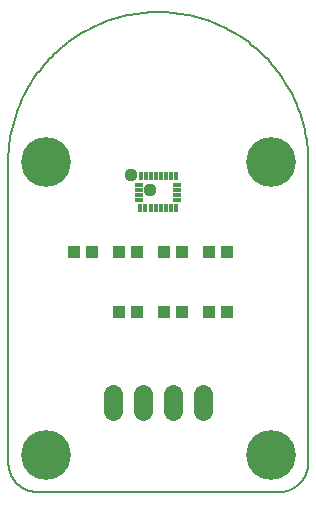
<source format=gts>
G75*
%MOIN*%
%OFA0B0*%
%FSLAX25Y25*%
%IPPOS*%
%LPD*%
%AMOC8*
5,1,8,0,0,1.08239X$1,22.5*
%
%ADD10C,0.00500*%
%ADD11C,0.06343*%
%ADD12C,0.16611*%
%ADD13R,0.03950X0.03950*%
%ADD14R,0.01706X0.03162*%
%ADD15R,0.03162X0.01706*%
%ADD16C,0.04400*%
D10*
X0001800Y0011800D02*
X0001800Y0111800D01*
X0001815Y0113018D01*
X0001859Y0114234D01*
X0001933Y0115450D01*
X0002037Y0116663D01*
X0002170Y0117873D01*
X0002333Y0119080D01*
X0002525Y0120282D01*
X0002746Y0121480D01*
X0002996Y0122672D01*
X0003275Y0123857D01*
X0003583Y0125035D01*
X0003920Y0126205D01*
X0004285Y0127367D01*
X0004678Y0128519D01*
X0005099Y0129662D01*
X0005548Y0130793D01*
X0006024Y0131914D01*
X0006528Y0133023D01*
X0007058Y0134119D01*
X0007615Y0135202D01*
X0008198Y0136271D01*
X0008806Y0137325D01*
X0009441Y0138365D01*
X0010100Y0139388D01*
X0010784Y0140396D01*
X0011493Y0141386D01*
X0012225Y0142359D01*
X0012981Y0143313D01*
X0013760Y0144249D01*
X0014561Y0145166D01*
X0015385Y0146063D01*
X0016230Y0146939D01*
X0017096Y0147795D01*
X0017983Y0148630D01*
X0018890Y0149442D01*
X0019816Y0150232D01*
X0020762Y0151000D01*
X0021725Y0151744D01*
X0022707Y0152464D01*
X0023706Y0153161D01*
X0024721Y0153833D01*
X0025753Y0154480D01*
X0026800Y0155101D01*
X0027862Y0155697D01*
X0028938Y0156267D01*
X0030027Y0156811D01*
X0031130Y0157327D01*
X0032245Y0157817D01*
X0033371Y0158280D01*
X0034508Y0158715D01*
X0035656Y0159122D01*
X0036813Y0159501D01*
X0037979Y0159852D01*
X0039153Y0160174D01*
X0040335Y0160468D01*
X0041524Y0160733D01*
X0042718Y0160968D01*
X0043918Y0161175D01*
X0045123Y0161352D01*
X0046331Y0161500D01*
X0047543Y0161618D01*
X0048758Y0161707D01*
X0049974Y0161767D01*
X0051191Y0161796D01*
X0052409Y0161796D01*
X0053626Y0161767D01*
X0054842Y0161707D01*
X0056057Y0161618D01*
X0057269Y0161500D01*
X0058477Y0161352D01*
X0059682Y0161175D01*
X0060882Y0160968D01*
X0062076Y0160733D01*
X0063265Y0160468D01*
X0064447Y0160174D01*
X0065621Y0159852D01*
X0066787Y0159501D01*
X0067944Y0159122D01*
X0069092Y0158715D01*
X0070229Y0158280D01*
X0071355Y0157817D01*
X0072470Y0157327D01*
X0073573Y0156811D01*
X0074662Y0156267D01*
X0075738Y0155697D01*
X0076800Y0155101D01*
X0077847Y0154480D01*
X0078879Y0153833D01*
X0079894Y0153161D01*
X0080893Y0152464D01*
X0081875Y0151744D01*
X0082838Y0151000D01*
X0083784Y0150232D01*
X0084710Y0149442D01*
X0085617Y0148630D01*
X0086504Y0147795D01*
X0087370Y0146939D01*
X0088215Y0146063D01*
X0089039Y0145166D01*
X0089840Y0144249D01*
X0090619Y0143313D01*
X0091375Y0142359D01*
X0092107Y0141386D01*
X0092816Y0140396D01*
X0093500Y0139388D01*
X0094159Y0138365D01*
X0094794Y0137325D01*
X0095402Y0136271D01*
X0095985Y0135202D01*
X0096542Y0134119D01*
X0097072Y0133023D01*
X0097576Y0131914D01*
X0098052Y0130793D01*
X0098501Y0129662D01*
X0098922Y0128519D01*
X0099315Y0127367D01*
X0099680Y0126205D01*
X0100017Y0125035D01*
X0100325Y0123857D01*
X0100604Y0122672D01*
X0100854Y0121480D01*
X0101075Y0120282D01*
X0101267Y0119080D01*
X0101430Y0117873D01*
X0101563Y0116663D01*
X0101667Y0115450D01*
X0101741Y0114234D01*
X0101785Y0113018D01*
X0101800Y0111800D01*
X0101800Y0011800D01*
X0101797Y0011558D01*
X0101788Y0011317D01*
X0101774Y0011076D01*
X0101753Y0010835D01*
X0101727Y0010595D01*
X0101695Y0010355D01*
X0101657Y0010116D01*
X0101614Y0009879D01*
X0101564Y0009642D01*
X0101509Y0009407D01*
X0101449Y0009173D01*
X0101382Y0008941D01*
X0101311Y0008710D01*
X0101233Y0008481D01*
X0101150Y0008254D01*
X0101062Y0008029D01*
X0100968Y0007806D01*
X0100869Y0007586D01*
X0100764Y0007368D01*
X0100655Y0007153D01*
X0100540Y0006940D01*
X0100420Y0006730D01*
X0100295Y0006524D01*
X0100165Y0006320D01*
X0100030Y0006119D01*
X0099890Y0005922D01*
X0099746Y0005728D01*
X0099597Y0005538D01*
X0099443Y0005352D01*
X0099285Y0005169D01*
X0099123Y0004990D01*
X0098956Y0004815D01*
X0098785Y0004644D01*
X0098610Y0004477D01*
X0098431Y0004315D01*
X0098248Y0004157D01*
X0098062Y0004003D01*
X0097872Y0003854D01*
X0097678Y0003710D01*
X0097481Y0003570D01*
X0097280Y0003435D01*
X0097076Y0003305D01*
X0096870Y0003180D01*
X0096660Y0003060D01*
X0096447Y0002945D01*
X0096232Y0002836D01*
X0096014Y0002731D01*
X0095794Y0002632D01*
X0095571Y0002538D01*
X0095346Y0002450D01*
X0095119Y0002367D01*
X0094890Y0002289D01*
X0094659Y0002218D01*
X0094427Y0002151D01*
X0094193Y0002091D01*
X0093958Y0002036D01*
X0093721Y0001986D01*
X0093484Y0001943D01*
X0093245Y0001905D01*
X0093005Y0001873D01*
X0092765Y0001847D01*
X0092524Y0001826D01*
X0092283Y0001812D01*
X0092042Y0001803D01*
X0091800Y0001800D01*
X0011800Y0001800D01*
X0011558Y0001803D01*
X0011317Y0001812D01*
X0011076Y0001826D01*
X0010835Y0001847D01*
X0010595Y0001873D01*
X0010355Y0001905D01*
X0010116Y0001943D01*
X0009879Y0001986D01*
X0009642Y0002036D01*
X0009407Y0002091D01*
X0009173Y0002151D01*
X0008941Y0002218D01*
X0008710Y0002289D01*
X0008481Y0002367D01*
X0008254Y0002450D01*
X0008029Y0002538D01*
X0007806Y0002632D01*
X0007586Y0002731D01*
X0007368Y0002836D01*
X0007153Y0002945D01*
X0006940Y0003060D01*
X0006730Y0003180D01*
X0006524Y0003305D01*
X0006320Y0003435D01*
X0006119Y0003570D01*
X0005922Y0003710D01*
X0005728Y0003854D01*
X0005538Y0004003D01*
X0005352Y0004157D01*
X0005169Y0004315D01*
X0004990Y0004477D01*
X0004815Y0004644D01*
X0004644Y0004815D01*
X0004477Y0004990D01*
X0004315Y0005169D01*
X0004157Y0005352D01*
X0004003Y0005538D01*
X0003854Y0005728D01*
X0003710Y0005922D01*
X0003570Y0006119D01*
X0003435Y0006320D01*
X0003305Y0006524D01*
X0003180Y0006730D01*
X0003060Y0006940D01*
X0002945Y0007153D01*
X0002836Y0007368D01*
X0002731Y0007586D01*
X0002632Y0007806D01*
X0002538Y0008029D01*
X0002450Y0008254D01*
X0002367Y0008481D01*
X0002289Y0008710D01*
X0002218Y0008941D01*
X0002151Y0009173D01*
X0002091Y0009407D01*
X0002036Y0009642D01*
X0001986Y0009879D01*
X0001943Y0010116D01*
X0001905Y0010355D01*
X0001873Y0010595D01*
X0001847Y0010835D01*
X0001826Y0011076D01*
X0001812Y0011317D01*
X0001803Y0011558D01*
X0001800Y0011800D01*
D11*
X0036800Y0029028D02*
X0036800Y0034572D01*
X0046800Y0034572D02*
X0046800Y0029028D01*
X0056800Y0029028D02*
X0056800Y0034572D01*
X0066800Y0034572D02*
X0066800Y0029028D01*
D12*
X0089300Y0014300D03*
X0089300Y0111800D03*
X0014300Y0111800D03*
X0014300Y0014300D03*
D13*
X0038847Y0061800D03*
X0044753Y0061800D03*
X0053847Y0061800D03*
X0059753Y0061800D03*
X0068847Y0061800D03*
X0074753Y0061800D03*
X0074753Y0081800D03*
X0068847Y0081800D03*
X0059753Y0081800D03*
X0053847Y0081800D03*
X0044753Y0081800D03*
X0038847Y0081800D03*
X0029753Y0081800D03*
X0023847Y0081800D03*
D14*
X0045828Y0096485D03*
X0047520Y0096485D03*
X0049213Y0096485D03*
X0050906Y0096485D03*
X0052599Y0096485D03*
X0054292Y0096485D03*
X0055985Y0096485D03*
X0057678Y0096485D03*
X0057725Y0107115D03*
X0056032Y0107115D03*
X0054339Y0107115D03*
X0052646Y0107115D03*
X0050954Y0107115D03*
X0049261Y0107115D03*
X0047568Y0107115D03*
X0045875Y0107115D03*
D15*
X0045501Y0104351D03*
X0045501Y0102658D03*
X0045501Y0100965D03*
X0045501Y0099272D03*
X0058099Y0099272D03*
X0058099Y0100965D03*
X0058099Y0102658D03*
X0058099Y0104351D03*
D16*
X0049200Y0102600D03*
X0042600Y0107400D03*
M02*

</source>
